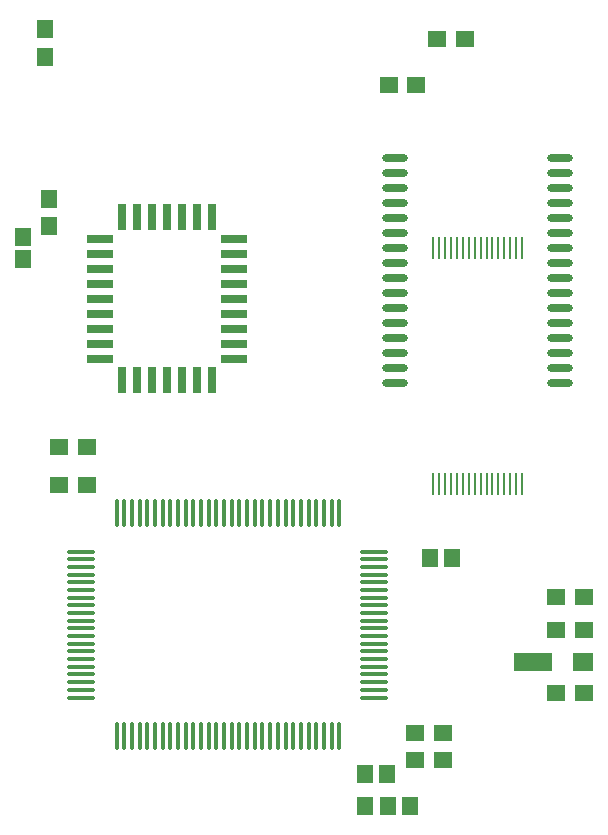
<source format=gbr>
%TF.GenerationSoftware,KiCad,Pcbnew,(7.0.0)*%
%TF.CreationDate,2023-03-08T13:52:56-06:00*%
%TF.ProjectId,G0-022M6,47302d30-3232-44d3-962e-6b696361645f,rev?*%
%TF.SameCoordinates,Original*%
%TF.FileFunction,Paste,Top*%
%TF.FilePolarity,Positive*%
%FSLAX46Y46*%
G04 Gerber Fmt 4.6, Leading zero omitted, Abs format (unit mm)*
G04 Created by KiCad (PCBNEW (7.0.0)) date 2023-03-08 13:52:56*
%MOMM*%
%LPD*%
G01*
G04 APERTURE LIST*
%ADD10R,1.400000X1.600000*%
%ADD11R,1.550000X1.400000*%
%ADD12R,1.600000X1.400000*%
%ADD13O,0.350000X2.500000*%
%ADD14O,2.500000X0.350000*%
%ADD15R,1.400000X1.550000*%
%ADD16R,3.200000X1.550000*%
%ADD17R,1.700000X1.550000*%
%ADD18R,0.650000X2.300000*%
%ADD19R,2.300000X0.650000*%
%ADD20O,0.250000X2.000000*%
%ADD21O,2.150000X0.650000*%
G04 APERTURE END LIST*
D10*
%TO.C,J1*%
X157289999Y-129154999D03*
X159209999Y-129154999D03*
X161109999Y-129154999D03*
%TD*%
%TO.C,C5*%
X130162999Y-65774999D03*
X130162999Y-63424999D03*
%TD*%
D11*
%TO.C,R1*%
X161549999Y-125304999D03*
X163899999Y-125304999D03*
%TD*%
D12*
%TO.C,C4*%
X173469999Y-119626999D03*
X175819999Y-119626999D03*
%TD*%
%TO.C,C2*%
X131372999Y-98752999D03*
X133722999Y-98752999D03*
%TD*%
D11*
%TO.C,R3*%
X131397999Y-102044999D03*
X133747999Y-102044999D03*
%TD*%
D13*
%TO.C,U1*%
X136262999Y-123248999D03*
X136912999Y-123248999D03*
X137562999Y-123248999D03*
X138212999Y-123248999D03*
X138862999Y-123248999D03*
X139512999Y-123248999D03*
X140162999Y-123248999D03*
X140812999Y-123248999D03*
X141462999Y-123248999D03*
X142112999Y-123248999D03*
X142762999Y-123248999D03*
X143412999Y-123248999D03*
X144062999Y-123248999D03*
X144712999Y-123248999D03*
X145362999Y-123248999D03*
X146012999Y-123248999D03*
X146662999Y-123248999D03*
X147312999Y-123248999D03*
X147962999Y-123248999D03*
X148612999Y-123248999D03*
X149262999Y-123248999D03*
X149912999Y-123248999D03*
X150562999Y-123248999D03*
X151212999Y-123248999D03*
X151862999Y-123248999D03*
X152512999Y-123248999D03*
X153162999Y-123248999D03*
X153812999Y-123248999D03*
X154462999Y-123248999D03*
X155112999Y-123248999D03*
D14*
X158087999Y-119998999D03*
X158087999Y-119348999D03*
X158087999Y-118698999D03*
X158087999Y-118048999D03*
X158087999Y-117398999D03*
X158087999Y-116748999D03*
X158087999Y-116098999D03*
X158087999Y-115448999D03*
X158087999Y-114798999D03*
X158087999Y-114148999D03*
X158087999Y-113498999D03*
X158087999Y-112848999D03*
X158087999Y-112198999D03*
X158087999Y-111548999D03*
X158087999Y-110898999D03*
X158087999Y-110248999D03*
X158087999Y-109598999D03*
X158087999Y-108948999D03*
X158087999Y-108298999D03*
X158087999Y-107648999D03*
D13*
X155112999Y-104398999D03*
X154462999Y-104398999D03*
X153812999Y-104398999D03*
X153162999Y-104398999D03*
X152512999Y-104398999D03*
X151862999Y-104398999D03*
X151212999Y-104398999D03*
X150562999Y-104398999D03*
X149912999Y-104398999D03*
X149262999Y-104398999D03*
X148612999Y-104398999D03*
X147962999Y-104398999D03*
X147312999Y-104398999D03*
X146662999Y-104398999D03*
X146012999Y-104398999D03*
X145362999Y-104398999D03*
X144712999Y-104398999D03*
X144062999Y-104398999D03*
X143412999Y-104398999D03*
X142762999Y-104398999D03*
X142112999Y-104398999D03*
X141462999Y-104398999D03*
X140812999Y-104398999D03*
X140162999Y-104398999D03*
X139512999Y-104398999D03*
X138862999Y-104398999D03*
X138212999Y-104398999D03*
X137562999Y-104398999D03*
X136912999Y-104398999D03*
X136262999Y-104398999D03*
D14*
X133287999Y-107648999D03*
X133287999Y-108298999D03*
X133287999Y-108948999D03*
X133287999Y-109598999D03*
X133287999Y-110248999D03*
X133287999Y-110898999D03*
X133287999Y-111548999D03*
X133287999Y-112198999D03*
X133287999Y-112848999D03*
X133287999Y-113498999D03*
X133287999Y-114148999D03*
X133287999Y-114798999D03*
X133287999Y-115448999D03*
X133287999Y-116098999D03*
X133287999Y-116748999D03*
X133287999Y-117398999D03*
X133287999Y-118048999D03*
X133287999Y-118698999D03*
X133287999Y-119348999D03*
X133287999Y-119998999D03*
%TD*%
D15*
%TO.C,R4*%
X130522999Y-80100999D03*
X130522999Y-77750999D03*
%TD*%
D10*
%TO.C,J3*%
X162785999Y-108162999D03*
X164685999Y-108162999D03*
%TD*%
D11*
%TO.C,R5*%
X173494999Y-114305999D03*
X175844999Y-114305999D03*
%TD*%
D16*
%TO.C,D1*%
X171519999Y-116968999D03*
D17*
X175769999Y-116968999D03*
%TD*%
D10*
%TO.C,J4*%
X128313999Y-82877999D03*
X128313999Y-80977999D03*
%TD*%
D12*
%TO.C,C1*%
X173469999Y-111446999D03*
X175819999Y-111446999D03*
%TD*%
%TO.C,C3*%
X159296999Y-68152999D03*
X161646999Y-68152999D03*
%TD*%
D11*
%TO.C,R6*%
X163378999Y-64261999D03*
X165728999Y-64261999D03*
%TD*%
D18*
%TO.C,U2*%
X140520999Y-93143999D03*
X141792999Y-93145999D03*
X143061999Y-93144999D03*
X144331999Y-93144999D03*
D19*
X146221999Y-91323999D03*
X146221999Y-90054999D03*
X146219999Y-88783999D03*
X146220999Y-87513999D03*
X146221999Y-86247999D03*
X146222999Y-84974999D03*
X146220999Y-83703999D03*
X146222999Y-82436999D03*
X146219999Y-81166999D03*
D18*
X144328999Y-79342999D03*
X143059999Y-79345999D03*
X141790999Y-79341999D03*
X140521999Y-79342999D03*
X139253999Y-79342999D03*
X137980999Y-79341999D03*
X136709999Y-79342999D03*
D19*
X134819999Y-81160999D03*
X134819999Y-82436999D03*
X134819999Y-83701999D03*
X134823999Y-84977999D03*
X134818999Y-86241999D03*
X134825999Y-87514999D03*
X134824999Y-88782999D03*
X134824999Y-90054999D03*
X134823999Y-91325999D03*
D18*
X136711999Y-93141999D03*
X137979999Y-93141999D03*
X139251999Y-93146999D03*
%TD*%
D10*
%TO.C,J2*%
X157289999Y-126457999D03*
X159189999Y-126457999D03*
%TD*%
D20*
%TO.C,U4*%
X170578999Y-81929999D03*
X170078999Y-81929999D03*
X169578999Y-81929999D03*
X169078999Y-81929999D03*
X168578999Y-81929999D03*
X168078999Y-81929999D03*
X167578999Y-81929999D03*
X167078999Y-81929999D03*
X166578999Y-81929999D03*
X166078999Y-81929999D03*
X165578999Y-81929999D03*
X165078999Y-81929999D03*
X164578999Y-81929999D03*
X164078999Y-81929999D03*
X163578999Y-81929999D03*
X163078999Y-81929999D03*
X163078999Y-101929999D03*
X163578999Y-101929999D03*
X164078999Y-101929999D03*
X164578999Y-101929999D03*
X165078999Y-101929999D03*
X165578999Y-101929999D03*
X166078999Y-101929999D03*
X166578999Y-101929999D03*
X167078999Y-101929999D03*
X167578999Y-101929999D03*
X168078999Y-101929999D03*
X168578999Y-101929999D03*
X169078999Y-101929999D03*
X169578999Y-101929999D03*
X170078999Y-101929999D03*
X170578999Y-101929999D03*
%TD*%
D11*
%TO.C,R2*%
X161549999Y-122961999D03*
X163899999Y-122961999D03*
%TD*%
D21*
%TO.C,U3*%
X159832999Y-74344999D03*
X159832999Y-75614999D03*
X159832999Y-76884999D03*
X159832999Y-78154999D03*
X159832999Y-79424999D03*
X159832999Y-80694999D03*
X159832999Y-81964999D03*
X159832999Y-83234999D03*
X159832999Y-84504999D03*
X159832999Y-85774999D03*
X159832999Y-87044999D03*
X159832999Y-88314999D03*
X159832999Y-89584999D03*
X159832999Y-90854999D03*
X159832999Y-92124999D03*
X159832999Y-93394999D03*
X173832999Y-93394999D03*
X173832999Y-92124999D03*
X173832999Y-90854999D03*
X173832999Y-89584999D03*
X173832999Y-88314999D03*
X173832999Y-87044999D03*
X173832999Y-85774999D03*
X173832999Y-84504999D03*
X173832999Y-83234999D03*
X173832999Y-81964999D03*
X173832999Y-80694999D03*
X173832999Y-79424999D03*
X173832999Y-78154999D03*
X173832999Y-76884999D03*
X173832999Y-75614999D03*
X173832999Y-74344999D03*
%TD*%
M02*

</source>
